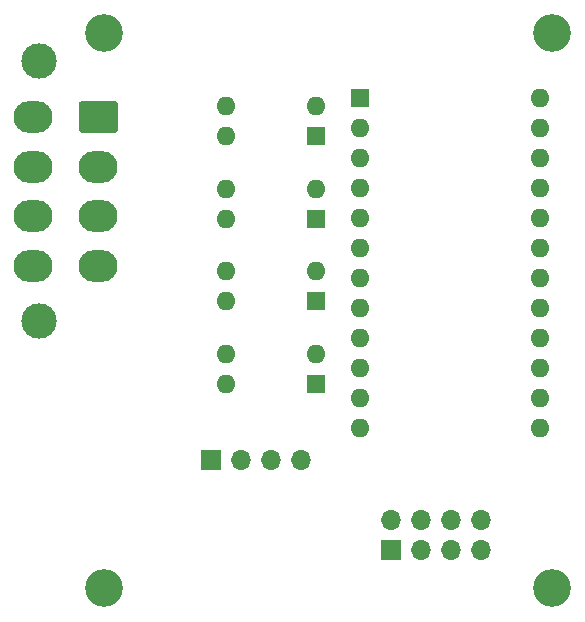
<source format=gbr>
G04 #@! TF.GenerationSoftware,KiCad,Pcbnew,(5.1.9)-1*
G04 #@! TF.CreationDate,2022-08-19T09:55:29-06:00*
G04 #@! TF.ProjectId,ABSIS_PMS,41425349-535f-4504-9d53-2e6b69636164,1*
G04 #@! TF.SameCoordinates,Original*
G04 #@! TF.FileFunction,Soldermask,Bot*
G04 #@! TF.FilePolarity,Negative*
%FSLAX46Y46*%
G04 Gerber Fmt 4.6, Leading zero omitted, Abs format (unit mm)*
G04 Created by KiCad (PCBNEW (5.1.9)-1) date 2022-08-19 09:55:29*
%MOMM*%
%LPD*%
G01*
G04 APERTURE LIST*
%ADD10C,3.000000*%
%ADD11O,3.300000X2.700000*%
%ADD12O,1.600000X1.600000*%
%ADD13R,1.600000X1.600000*%
%ADD14O,1.700000X1.700000*%
%ADD15R,1.700000X1.700000*%
%ADD16C,3.200000*%
G04 APERTURE END LIST*
D10*
X112325000Y-90200000D03*
X112325000Y-68200000D03*
D11*
X111865000Y-85500000D03*
X111865000Y-81300000D03*
X111865000Y-77100000D03*
X111865000Y-72900000D03*
X117365000Y-85500000D03*
X117365000Y-81300000D03*
X117365000Y-77100000D03*
G36*
G01*
X115965001Y-71550000D02*
X118764999Y-71550000D01*
G75*
G02*
X119015000Y-71800001I0J-250001D01*
G01*
X119015000Y-73999999D01*
G75*
G02*
X118764999Y-74250000I-250001J0D01*
G01*
X115965001Y-74250000D01*
G75*
G02*
X115715000Y-73999999I0J250001D01*
G01*
X115715000Y-71800001D01*
G75*
G02*
X115965001Y-71550000I250001J0D01*
G01*
G37*
D12*
X128160000Y-88521000D03*
X135780000Y-85981000D03*
X128160000Y-85981000D03*
D13*
X135780000Y-88521000D03*
D14*
X149750000Y-106990000D03*
X149750000Y-109530000D03*
X147210000Y-106990000D03*
X147210000Y-109530000D03*
X144670000Y-106990000D03*
X144670000Y-109530000D03*
X142130000Y-106990000D03*
D15*
X142130000Y-109530000D03*
D12*
X128160000Y-95506000D03*
X135780000Y-92966000D03*
X128160000Y-92966000D03*
D13*
X135780000Y-95506000D03*
D12*
X128160000Y-81536000D03*
X135780000Y-78996000D03*
X128160000Y-78996000D03*
D13*
X135780000Y-81536000D03*
D12*
X128160000Y-74551000D03*
X135780000Y-72011000D03*
X128160000Y-72011000D03*
D13*
X135780000Y-74551000D03*
D14*
X134510000Y-101910000D03*
X131970000Y-101910000D03*
X129430000Y-101910000D03*
D15*
X126890000Y-101910000D03*
D12*
X154787600Y-71323200D03*
X139547600Y-99263200D03*
X154787600Y-73863200D03*
X139547600Y-96723200D03*
X154787600Y-76403200D03*
X139547600Y-94183200D03*
X154787600Y-78943200D03*
X139547600Y-91643200D03*
X154787600Y-81483200D03*
X139547600Y-89103200D03*
X154787600Y-84023200D03*
X139547600Y-86563200D03*
X154787600Y-86563200D03*
X139547600Y-84023200D03*
X154787600Y-89103200D03*
X139547600Y-81483200D03*
X154787600Y-91643200D03*
X139547600Y-78943200D03*
X154787600Y-94183200D03*
X139547600Y-76403200D03*
X154787600Y-96723200D03*
X139547600Y-73863200D03*
X154787600Y-99263200D03*
D13*
X139547600Y-71323200D03*
D16*
X155810000Y-112810000D03*
X117810000Y-112810000D03*
X155810000Y-65810000D03*
X117810000Y-65810000D03*
M02*

</source>
